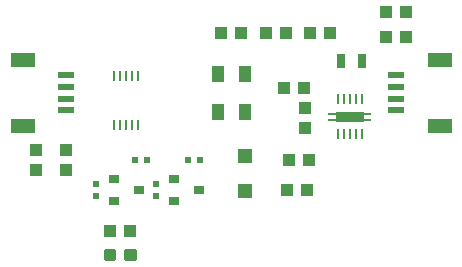
<source format=gbr>
G04 EAGLE Gerber RS-274X export*
G75*
%MOMM*%
%FSLAX34Y34*%
%LPD*%
%INSolderpaste Top*%
%IPPOS*%
%AMOC8*
5,1,8,0,0,1.08239X$1,22.5*%
G01*
%ADD10R,0.800000X1.200000*%
%ADD11R,1.100000X1.000000*%
%ADD12R,2.000000X1.200000*%
%ADD13R,1.350000X0.600000*%
%ADD14R,1.300000X1.300000*%
%ADD15R,0.900000X0.800000*%
%ADD16R,0.600000X0.600000*%
%ADD17R,1.000000X1.100000*%
%ADD18R,1.050000X1.475000*%
%ADD19R,0.250000X0.875000*%
%ADD20R,0.700000X0.280000*%
%ADD21R,2.387600X0.863600*%
%ADD22R,0.248919X0.805181*%
%ADD23C,0.300000*%


D10*
X301100Y191770D03*
X283100Y191770D03*
D11*
X338700Y212090D03*
X321700Y212090D03*
X256150Y107950D03*
X239150Y107950D03*
X237100Y215900D03*
X220100Y215900D03*
D12*
X366950Y137100D03*
X366950Y193100D03*
D13*
X330200Y150100D03*
X330200Y160100D03*
X330200Y170100D03*
X330200Y180100D03*
D12*
X14050Y193100D03*
X14050Y137100D03*
D13*
X50800Y180100D03*
X50800Y170100D03*
X50800Y160100D03*
X50800Y150100D03*
D14*
X201930Y111520D03*
X201930Y81520D03*
D15*
X91600Y92050D03*
X91600Y73050D03*
X112600Y82550D03*
X142400Y92050D03*
X142400Y73050D03*
X163400Y82550D03*
D11*
X256930Y215900D03*
X273930Y215900D03*
D16*
X109300Y107950D03*
X119300Y107950D03*
X127000Y77550D03*
X127000Y87550D03*
X163750Y107950D03*
X153750Y107950D03*
D11*
X235340Y168910D03*
X252340Y168910D03*
X321700Y233680D03*
X338700Y233680D03*
D17*
X252730Y152010D03*
X252730Y135010D03*
D11*
X199000Y215900D03*
X182000Y215900D03*
X254880Y82550D03*
X237880Y82550D03*
D17*
X25400Y116450D03*
X25400Y99450D03*
X50800Y99450D03*
X50800Y116450D03*
D16*
X76200Y77550D03*
X76200Y87550D03*
D18*
X179250Y181225D03*
X201750Y181225D03*
X179250Y148975D03*
X201750Y148975D03*
D19*
X111600Y179375D03*
X106600Y179375D03*
X101600Y179375D03*
X96600Y179375D03*
X91600Y179375D03*
X91600Y138125D03*
X96600Y138125D03*
X101600Y138125D03*
X106600Y138125D03*
X111600Y138125D03*
D20*
X275830Y147280D03*
X275830Y142280D03*
X305830Y147280D03*
X305830Y142280D03*
D21*
X290830Y144780D03*
D22*
X280822Y159550D03*
X285826Y159525D03*
X285826Y159525D03*
X290830Y159499D03*
X295834Y159525D03*
X300863Y159550D03*
X280822Y130035D03*
X285826Y130010D03*
X290830Y130035D03*
X295834Y130086D03*
X300838Y130035D03*
D11*
X105020Y48260D03*
X88020Y48260D03*
D23*
X91250Y31440D02*
X91250Y24440D01*
X84250Y24440D01*
X84250Y31440D01*
X91250Y31440D01*
X91250Y27290D02*
X84250Y27290D01*
X84250Y30140D02*
X91250Y30140D01*
X108790Y31440D02*
X108790Y24440D01*
X101790Y24440D01*
X101790Y31440D01*
X108790Y31440D01*
X108790Y27290D02*
X101790Y27290D01*
X101790Y30140D02*
X108790Y30140D01*
M02*

</source>
